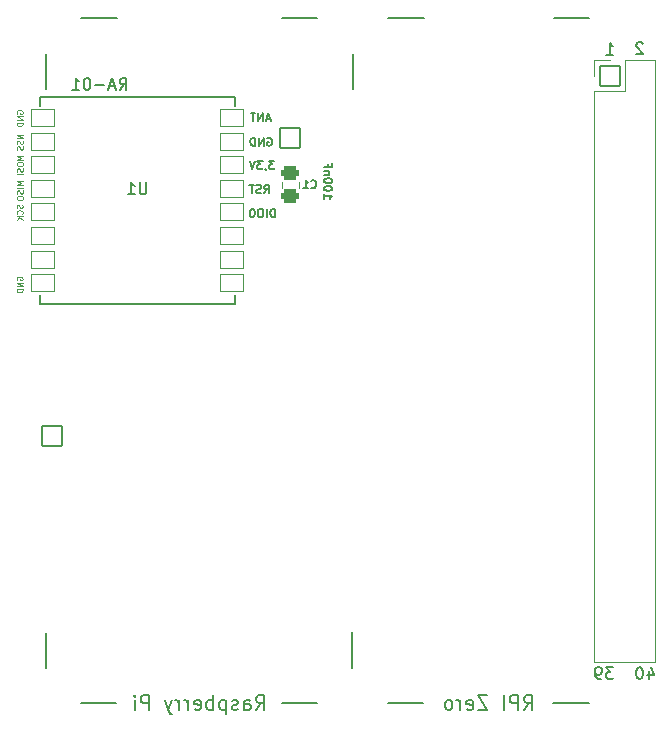
<source format=gbo>
G04 #@! TF.GenerationSoftware,KiCad,Pcbnew,7.0.10*
G04 #@! TF.CreationDate,2024-02-01T09:42:11+01:00*
G04 #@! TF.ProjectId,LoRa-APRS-Gateway-RPI-RA01,4c6f5261-2d41-4505-9253-2d4761746577,rev?*
G04 #@! TF.SameCoordinates,Original*
G04 #@! TF.FileFunction,Legend,Bot*
G04 #@! TF.FilePolarity,Positive*
%FSLAX46Y46*%
G04 Gerber Fmt 4.6, Leading zero omitted, Abs format (unit mm)*
G04 Created by KiCad (PCBNEW 7.0.10) date 2024-02-01 09:42:11*
%MOMM*%
%LPD*%
G01*
G04 APERTURE LIST*
G04 Aperture macros list*
%AMRoundRect*
0 Rectangle with rounded corners*
0 $1 Rounding radius*
0 $2 $3 $4 $5 $6 $7 $8 $9 X,Y pos of 4 corners*
0 Add a 4 corners polygon primitive as box body*
4,1,4,$2,$3,$4,$5,$6,$7,$8,$9,$2,$3,0*
0 Add four circle primitives for the rounded corners*
1,1,$1+$1,$2,$3*
1,1,$1+$1,$4,$5*
1,1,$1+$1,$6,$7*
1,1,$1+$1,$8,$9*
0 Add four rect primitives between the rounded corners*
20,1,$1+$1,$2,$3,$4,$5,0*
20,1,$1+$1,$4,$5,$6,$7,0*
20,1,$1+$1,$6,$7,$8,$9,0*
20,1,$1+$1,$8,$9,$2,$3,0*%
G04 Aperture macros list end*
%ADD10C,0.200000*%
%ADD11C,0.150000*%
%ADD12C,0.100000*%
%ADD13C,0.120000*%
%ADD14C,1.702000*%
%ADD15O,1.702000X1.702000*%
%ADD16C,2.102000*%
%ADD17C,2.152000*%
%ADD18C,2.352000*%
%ADD19RoundRect,0.051000X-0.850000X-0.850000X0.850000X-0.850000X0.850000X0.850000X-0.850000X0.850000X0*%
%ADD20O,1.802000X1.802000*%
%ADD21RoundRect,0.051000X0.850000X0.850000X-0.850000X0.850000X-0.850000X-0.850000X0.850000X-0.850000X0*%
%ADD22RoundRect,0.051000X1.000000X0.750000X-1.000000X0.750000X-1.000000X-0.750000X1.000000X-0.750000X0*%
%ADD23RoundRect,0.275500X0.500500X-0.275500X0.500500X0.275500X-0.500500X0.275500X-0.500500X-0.275500X0*%
G04 APERTURE END LIST*
D10*
X128909000Y-152691000D02*
X125909000Y-152691000D01*
X128950000Y-94707000D02*
X125950000Y-94707000D01*
X111909000Y-152691000D02*
X114909000Y-152691000D01*
X105950000Y-94707000D02*
X102950000Y-94707000D01*
X82950000Y-97707000D02*
X82950000Y-100707000D01*
X111950000Y-94707000D02*
X114950000Y-94707000D01*
X85950000Y-94707000D02*
X88950000Y-94707000D01*
X82950000Y-149707000D02*
X82950000Y-146707000D01*
X85909000Y-152691000D02*
X88909000Y-152691000D01*
X108909000Y-149691000D02*
X108909000Y-146691000D01*
X105909000Y-152691000D02*
X102909000Y-152691000D01*
X108960000Y-97687000D02*
X108960000Y-100687000D01*
X131009523Y-149643219D02*
X130390476Y-149643219D01*
X130390476Y-149643219D02*
X130723809Y-150024171D01*
X130723809Y-150024171D02*
X130580952Y-150024171D01*
X130580952Y-150024171D02*
X130485714Y-150071790D01*
X130485714Y-150071790D02*
X130438095Y-150119409D01*
X130438095Y-150119409D02*
X130390476Y-150214647D01*
X130390476Y-150214647D02*
X130390476Y-150452742D01*
X130390476Y-150452742D02*
X130438095Y-150547980D01*
X130438095Y-150547980D02*
X130485714Y-150595600D01*
X130485714Y-150595600D02*
X130580952Y-150643219D01*
X130580952Y-150643219D02*
X130866666Y-150643219D01*
X130866666Y-150643219D02*
X130961904Y-150595600D01*
X130961904Y-150595600D02*
X131009523Y-150547980D01*
X129914285Y-150643219D02*
X129723809Y-150643219D01*
X129723809Y-150643219D02*
X129628571Y-150595600D01*
X129628571Y-150595600D02*
X129580952Y-150547980D01*
X129580952Y-150547980D02*
X129485714Y-150405123D01*
X129485714Y-150405123D02*
X129438095Y-150214647D01*
X129438095Y-150214647D02*
X129438095Y-149833695D01*
X129438095Y-149833695D02*
X129485714Y-149738457D01*
X129485714Y-149738457D02*
X129533333Y-149690838D01*
X129533333Y-149690838D02*
X129628571Y-149643219D01*
X129628571Y-149643219D02*
X129819047Y-149643219D01*
X129819047Y-149643219D02*
X129914285Y-149690838D01*
X129914285Y-149690838D02*
X129961904Y-149738457D01*
X129961904Y-149738457D02*
X130009523Y-149833695D01*
X130009523Y-149833695D02*
X130009523Y-150071790D01*
X130009523Y-150071790D02*
X129961904Y-150167028D01*
X129961904Y-150167028D02*
X129914285Y-150214647D01*
X129914285Y-150214647D02*
X129819047Y-150262266D01*
X129819047Y-150262266D02*
X129628571Y-150262266D01*
X129628571Y-150262266D02*
X129533333Y-150214647D01*
X129533333Y-150214647D02*
X129485714Y-150167028D01*
X129485714Y-150167028D02*
X129438095Y-150071790D01*
X133485713Y-96838457D02*
X133438094Y-96790838D01*
X133438094Y-96790838D02*
X133342856Y-96743219D01*
X133342856Y-96743219D02*
X133104761Y-96743219D01*
X133104761Y-96743219D02*
X133009523Y-96790838D01*
X133009523Y-96790838D02*
X132961904Y-96838457D01*
X132961904Y-96838457D02*
X132914285Y-96933695D01*
X132914285Y-96933695D02*
X132914285Y-97028933D01*
X132914285Y-97028933D02*
X132961904Y-97171790D01*
X132961904Y-97171790D02*
X133533332Y-97743219D01*
X133533332Y-97743219D02*
X132914285Y-97743219D01*
X133985714Y-149976552D02*
X133985714Y-150643219D01*
X134223809Y-149595600D02*
X134461904Y-150309885D01*
X134461904Y-150309885D02*
X133842857Y-150309885D01*
X133271428Y-149643219D02*
X133176190Y-149643219D01*
X133176190Y-149643219D02*
X133080952Y-149690838D01*
X133080952Y-149690838D02*
X133033333Y-149738457D01*
X133033333Y-149738457D02*
X132985714Y-149833695D01*
X132985714Y-149833695D02*
X132938095Y-150024171D01*
X132938095Y-150024171D02*
X132938095Y-150262266D01*
X132938095Y-150262266D02*
X132985714Y-150452742D01*
X132985714Y-150452742D02*
X133033333Y-150547980D01*
X133033333Y-150547980D02*
X133080952Y-150595600D01*
X133080952Y-150595600D02*
X133176190Y-150643219D01*
X133176190Y-150643219D02*
X133271428Y-150643219D01*
X133271428Y-150643219D02*
X133366666Y-150595600D01*
X133366666Y-150595600D02*
X133414285Y-150547980D01*
X133414285Y-150547980D02*
X133461904Y-150452742D01*
X133461904Y-150452742D02*
X133509523Y-150262266D01*
X133509523Y-150262266D02*
X133509523Y-150024171D01*
X133509523Y-150024171D02*
X133461904Y-149833695D01*
X133461904Y-149833695D02*
X133414285Y-149738457D01*
X133414285Y-149738457D02*
X133366666Y-149690838D01*
X133366666Y-149690838D02*
X133271428Y-149643219D01*
X123421428Y-153235742D02*
X123821428Y-152664314D01*
X124107142Y-153235742D02*
X124107142Y-152035742D01*
X124107142Y-152035742D02*
X123649999Y-152035742D01*
X123649999Y-152035742D02*
X123535714Y-152092885D01*
X123535714Y-152092885D02*
X123478571Y-152150028D01*
X123478571Y-152150028D02*
X123421428Y-152264314D01*
X123421428Y-152264314D02*
X123421428Y-152435742D01*
X123421428Y-152435742D02*
X123478571Y-152550028D01*
X123478571Y-152550028D02*
X123535714Y-152607171D01*
X123535714Y-152607171D02*
X123649999Y-152664314D01*
X123649999Y-152664314D02*
X124107142Y-152664314D01*
X122907142Y-153235742D02*
X122907142Y-152035742D01*
X122907142Y-152035742D02*
X122449999Y-152035742D01*
X122449999Y-152035742D02*
X122335714Y-152092885D01*
X122335714Y-152092885D02*
X122278571Y-152150028D01*
X122278571Y-152150028D02*
X122221428Y-152264314D01*
X122221428Y-152264314D02*
X122221428Y-152435742D01*
X122221428Y-152435742D02*
X122278571Y-152550028D01*
X122278571Y-152550028D02*
X122335714Y-152607171D01*
X122335714Y-152607171D02*
X122449999Y-152664314D01*
X122449999Y-152664314D02*
X122907142Y-152664314D01*
X121707142Y-153235742D02*
X121707142Y-152035742D01*
X120335713Y-152035742D02*
X119535713Y-152035742D01*
X119535713Y-152035742D02*
X120335713Y-153235742D01*
X120335713Y-153235742D02*
X119535713Y-153235742D01*
X118621427Y-153178600D02*
X118735713Y-153235742D01*
X118735713Y-153235742D02*
X118964285Y-153235742D01*
X118964285Y-153235742D02*
X119078570Y-153178600D01*
X119078570Y-153178600D02*
X119135713Y-153064314D01*
X119135713Y-153064314D02*
X119135713Y-152607171D01*
X119135713Y-152607171D02*
X119078570Y-152492885D01*
X119078570Y-152492885D02*
X118964285Y-152435742D01*
X118964285Y-152435742D02*
X118735713Y-152435742D01*
X118735713Y-152435742D02*
X118621427Y-152492885D01*
X118621427Y-152492885D02*
X118564285Y-152607171D01*
X118564285Y-152607171D02*
X118564285Y-152721457D01*
X118564285Y-152721457D02*
X119135713Y-152835742D01*
X118049999Y-153235742D02*
X118049999Y-152435742D01*
X118049999Y-152664314D02*
X117992856Y-152550028D01*
X117992856Y-152550028D02*
X117935714Y-152492885D01*
X117935714Y-152492885D02*
X117821428Y-152435742D01*
X117821428Y-152435742D02*
X117707142Y-152435742D01*
X117135714Y-153235742D02*
X117249999Y-153178600D01*
X117249999Y-153178600D02*
X117307142Y-153121457D01*
X117307142Y-153121457D02*
X117364285Y-153007171D01*
X117364285Y-153007171D02*
X117364285Y-152664314D01*
X117364285Y-152664314D02*
X117307142Y-152550028D01*
X117307142Y-152550028D02*
X117249999Y-152492885D01*
X117249999Y-152492885D02*
X117135714Y-152435742D01*
X117135714Y-152435742D02*
X116964285Y-152435742D01*
X116964285Y-152435742D02*
X116849999Y-152492885D01*
X116849999Y-152492885D02*
X116792857Y-152550028D01*
X116792857Y-152550028D02*
X116735714Y-152664314D01*
X116735714Y-152664314D02*
X116735714Y-153007171D01*
X116735714Y-153007171D02*
X116792857Y-153121457D01*
X116792857Y-153121457D02*
X116849999Y-153178600D01*
X116849999Y-153178600D02*
X116964285Y-153235742D01*
X116964285Y-153235742D02*
X117135714Y-153235742D01*
D11*
X101717982Y-104830366D02*
X101784649Y-104797033D01*
X101784649Y-104797033D02*
X101884649Y-104797033D01*
X101884649Y-104797033D02*
X101984649Y-104830366D01*
X101984649Y-104830366D02*
X102051316Y-104897033D01*
X102051316Y-104897033D02*
X102084649Y-104963700D01*
X102084649Y-104963700D02*
X102117982Y-105097033D01*
X102117982Y-105097033D02*
X102117982Y-105197033D01*
X102117982Y-105197033D02*
X102084649Y-105330366D01*
X102084649Y-105330366D02*
X102051316Y-105397033D01*
X102051316Y-105397033D02*
X101984649Y-105463700D01*
X101984649Y-105463700D02*
X101884649Y-105497033D01*
X101884649Y-105497033D02*
X101817982Y-105497033D01*
X101817982Y-105497033D02*
X101717982Y-105463700D01*
X101717982Y-105463700D02*
X101684649Y-105430366D01*
X101684649Y-105430366D02*
X101684649Y-105197033D01*
X101684649Y-105197033D02*
X101817982Y-105197033D01*
X101384649Y-105497033D02*
X101384649Y-104797033D01*
X101384649Y-104797033D02*
X100984649Y-105497033D01*
X100984649Y-105497033D02*
X100984649Y-104797033D01*
X100651316Y-105497033D02*
X100651316Y-104797033D01*
X100651316Y-104797033D02*
X100484649Y-104797033D01*
X100484649Y-104797033D02*
X100384649Y-104830366D01*
X100384649Y-104830366D02*
X100317983Y-104897033D01*
X100317983Y-104897033D02*
X100284649Y-104963700D01*
X100284649Y-104963700D02*
X100251316Y-105097033D01*
X100251316Y-105097033D02*
X100251316Y-105197033D01*
X100251316Y-105197033D02*
X100284649Y-105330366D01*
X100284649Y-105330366D02*
X100317983Y-105397033D01*
X100317983Y-105397033D02*
X100384649Y-105463700D01*
X100384649Y-105463700D02*
X100484649Y-105497033D01*
X100484649Y-105497033D02*
X100651316Y-105497033D01*
D12*
X80499919Y-116867741D02*
X80476109Y-116820122D01*
X80476109Y-116820122D02*
X80476109Y-116748693D01*
X80476109Y-116748693D02*
X80499919Y-116677265D01*
X80499919Y-116677265D02*
X80547538Y-116629646D01*
X80547538Y-116629646D02*
X80595157Y-116605836D01*
X80595157Y-116605836D02*
X80690395Y-116582027D01*
X80690395Y-116582027D02*
X80761823Y-116582027D01*
X80761823Y-116582027D02*
X80857061Y-116605836D01*
X80857061Y-116605836D02*
X80904680Y-116629646D01*
X80904680Y-116629646D02*
X80952300Y-116677265D01*
X80952300Y-116677265D02*
X80976109Y-116748693D01*
X80976109Y-116748693D02*
X80976109Y-116796312D01*
X80976109Y-116796312D02*
X80952300Y-116867741D01*
X80952300Y-116867741D02*
X80928490Y-116891550D01*
X80928490Y-116891550D02*
X80761823Y-116891550D01*
X80761823Y-116891550D02*
X80761823Y-116796312D01*
X80976109Y-117105836D02*
X80476109Y-117105836D01*
X80476109Y-117105836D02*
X80976109Y-117391550D01*
X80976109Y-117391550D02*
X80476109Y-117391550D01*
X80976109Y-117629646D02*
X80476109Y-117629646D01*
X80476109Y-117629646D02*
X80476109Y-117748694D01*
X80476109Y-117748694D02*
X80499919Y-117820122D01*
X80499919Y-117820122D02*
X80547538Y-117867741D01*
X80547538Y-117867741D02*
X80595157Y-117891551D01*
X80595157Y-117891551D02*
X80690395Y-117915360D01*
X80690395Y-117915360D02*
X80761823Y-117915360D01*
X80761823Y-117915360D02*
X80857061Y-117891551D01*
X80857061Y-117891551D02*
X80904680Y-117867741D01*
X80904680Y-117867741D02*
X80952300Y-117820122D01*
X80952300Y-117820122D02*
X80976109Y-117748694D01*
X80976109Y-117748694D02*
X80976109Y-117629646D01*
X81006109Y-108486836D02*
X80506109Y-108486836D01*
X80506109Y-108486836D02*
X80863252Y-108653503D01*
X80863252Y-108653503D02*
X80506109Y-108820169D01*
X80506109Y-108820169D02*
X81006109Y-108820169D01*
X81006109Y-109058265D02*
X80506109Y-109058265D01*
X80982300Y-109272551D02*
X81006109Y-109343979D01*
X81006109Y-109343979D02*
X81006109Y-109463027D01*
X81006109Y-109463027D02*
X80982300Y-109510646D01*
X80982300Y-109510646D02*
X80958490Y-109534455D01*
X80958490Y-109534455D02*
X80910871Y-109558265D01*
X80910871Y-109558265D02*
X80863252Y-109558265D01*
X80863252Y-109558265D02*
X80815633Y-109534455D01*
X80815633Y-109534455D02*
X80791823Y-109510646D01*
X80791823Y-109510646D02*
X80768014Y-109463027D01*
X80768014Y-109463027D02*
X80744204Y-109367789D01*
X80744204Y-109367789D02*
X80720395Y-109320170D01*
X80720395Y-109320170D02*
X80696585Y-109296360D01*
X80696585Y-109296360D02*
X80648966Y-109272551D01*
X80648966Y-109272551D02*
X80601347Y-109272551D01*
X80601347Y-109272551D02*
X80553728Y-109296360D01*
X80553728Y-109296360D02*
X80529919Y-109320170D01*
X80529919Y-109320170D02*
X80506109Y-109367789D01*
X80506109Y-109367789D02*
X80506109Y-109486836D01*
X80506109Y-109486836D02*
X80529919Y-109558265D01*
X80506109Y-109867788D02*
X80506109Y-109963026D01*
X80506109Y-109963026D02*
X80529919Y-110010645D01*
X80529919Y-110010645D02*
X80577538Y-110058264D01*
X80577538Y-110058264D02*
X80672776Y-110082074D01*
X80672776Y-110082074D02*
X80839442Y-110082074D01*
X80839442Y-110082074D02*
X80934680Y-110058264D01*
X80934680Y-110058264D02*
X80982300Y-110010645D01*
X80982300Y-110010645D02*
X81006109Y-109963026D01*
X81006109Y-109963026D02*
X81006109Y-109867788D01*
X81006109Y-109867788D02*
X80982300Y-109820169D01*
X80982300Y-109820169D02*
X80934680Y-109772550D01*
X80934680Y-109772550D02*
X80839442Y-109748741D01*
X80839442Y-109748741D02*
X80672776Y-109748741D01*
X80672776Y-109748741D02*
X80577538Y-109772550D01*
X80577538Y-109772550D02*
X80529919Y-109820169D01*
X80529919Y-109820169D02*
X80506109Y-109867788D01*
X81006109Y-106327836D02*
X80506109Y-106327836D01*
X80506109Y-106327836D02*
X80863252Y-106494503D01*
X80863252Y-106494503D02*
X80506109Y-106661169D01*
X80506109Y-106661169D02*
X81006109Y-106661169D01*
X80506109Y-106994503D02*
X80506109Y-107089741D01*
X80506109Y-107089741D02*
X80529919Y-107137360D01*
X80529919Y-107137360D02*
X80577538Y-107184979D01*
X80577538Y-107184979D02*
X80672776Y-107208789D01*
X80672776Y-107208789D02*
X80839442Y-107208789D01*
X80839442Y-107208789D02*
X80934680Y-107184979D01*
X80934680Y-107184979D02*
X80982300Y-107137360D01*
X80982300Y-107137360D02*
X81006109Y-107089741D01*
X81006109Y-107089741D02*
X81006109Y-106994503D01*
X81006109Y-106994503D02*
X80982300Y-106946884D01*
X80982300Y-106946884D02*
X80934680Y-106899265D01*
X80934680Y-106899265D02*
X80839442Y-106875456D01*
X80839442Y-106875456D02*
X80672776Y-106875456D01*
X80672776Y-106875456D02*
X80577538Y-106899265D01*
X80577538Y-106899265D02*
X80529919Y-106946884D01*
X80529919Y-106946884D02*
X80506109Y-106994503D01*
X80982300Y-107399266D02*
X81006109Y-107470694D01*
X81006109Y-107470694D02*
X81006109Y-107589742D01*
X81006109Y-107589742D02*
X80982300Y-107637361D01*
X80982300Y-107637361D02*
X80958490Y-107661170D01*
X80958490Y-107661170D02*
X80910871Y-107684980D01*
X80910871Y-107684980D02*
X80863252Y-107684980D01*
X80863252Y-107684980D02*
X80815633Y-107661170D01*
X80815633Y-107661170D02*
X80791823Y-107637361D01*
X80791823Y-107637361D02*
X80768014Y-107589742D01*
X80768014Y-107589742D02*
X80744204Y-107494504D01*
X80744204Y-107494504D02*
X80720395Y-107446885D01*
X80720395Y-107446885D02*
X80696585Y-107423075D01*
X80696585Y-107423075D02*
X80648966Y-107399266D01*
X80648966Y-107399266D02*
X80601347Y-107399266D01*
X80601347Y-107399266D02*
X80553728Y-107423075D01*
X80553728Y-107423075D02*
X80529919Y-107446885D01*
X80529919Y-107446885D02*
X80506109Y-107494504D01*
X80506109Y-107494504D02*
X80506109Y-107613551D01*
X80506109Y-107613551D02*
X80529919Y-107684980D01*
X81006109Y-107899265D02*
X80506109Y-107899265D01*
X80952300Y-110482027D02*
X80976109Y-110553455D01*
X80976109Y-110553455D02*
X80976109Y-110672503D01*
X80976109Y-110672503D02*
X80952300Y-110720122D01*
X80952300Y-110720122D02*
X80928490Y-110743931D01*
X80928490Y-110743931D02*
X80880871Y-110767741D01*
X80880871Y-110767741D02*
X80833252Y-110767741D01*
X80833252Y-110767741D02*
X80785633Y-110743931D01*
X80785633Y-110743931D02*
X80761823Y-110720122D01*
X80761823Y-110720122D02*
X80738014Y-110672503D01*
X80738014Y-110672503D02*
X80714204Y-110577265D01*
X80714204Y-110577265D02*
X80690395Y-110529646D01*
X80690395Y-110529646D02*
X80666585Y-110505836D01*
X80666585Y-110505836D02*
X80618966Y-110482027D01*
X80618966Y-110482027D02*
X80571347Y-110482027D01*
X80571347Y-110482027D02*
X80523728Y-110505836D01*
X80523728Y-110505836D02*
X80499919Y-110529646D01*
X80499919Y-110529646D02*
X80476109Y-110577265D01*
X80476109Y-110577265D02*
X80476109Y-110696312D01*
X80476109Y-110696312D02*
X80499919Y-110767741D01*
X80928490Y-111267740D02*
X80952300Y-111243931D01*
X80952300Y-111243931D02*
X80976109Y-111172502D01*
X80976109Y-111172502D02*
X80976109Y-111124883D01*
X80976109Y-111124883D02*
X80952300Y-111053455D01*
X80952300Y-111053455D02*
X80904680Y-111005836D01*
X80904680Y-111005836D02*
X80857061Y-110982026D01*
X80857061Y-110982026D02*
X80761823Y-110958217D01*
X80761823Y-110958217D02*
X80690395Y-110958217D01*
X80690395Y-110958217D02*
X80595157Y-110982026D01*
X80595157Y-110982026D02*
X80547538Y-111005836D01*
X80547538Y-111005836D02*
X80499919Y-111053455D01*
X80499919Y-111053455D02*
X80476109Y-111124883D01*
X80476109Y-111124883D02*
X80476109Y-111172502D01*
X80476109Y-111172502D02*
X80499919Y-111243931D01*
X80499919Y-111243931D02*
X80523728Y-111267740D01*
X80976109Y-111482026D02*
X80476109Y-111482026D01*
X80976109Y-111767740D02*
X80690395Y-111553455D01*
X80476109Y-111767740D02*
X80761823Y-111482026D01*
X80499919Y-102767741D02*
X80476109Y-102720122D01*
X80476109Y-102720122D02*
X80476109Y-102648693D01*
X80476109Y-102648693D02*
X80499919Y-102577265D01*
X80499919Y-102577265D02*
X80547538Y-102529646D01*
X80547538Y-102529646D02*
X80595157Y-102505836D01*
X80595157Y-102505836D02*
X80690395Y-102482027D01*
X80690395Y-102482027D02*
X80761823Y-102482027D01*
X80761823Y-102482027D02*
X80857061Y-102505836D01*
X80857061Y-102505836D02*
X80904680Y-102529646D01*
X80904680Y-102529646D02*
X80952300Y-102577265D01*
X80952300Y-102577265D02*
X80976109Y-102648693D01*
X80976109Y-102648693D02*
X80976109Y-102696312D01*
X80976109Y-102696312D02*
X80952300Y-102767741D01*
X80952300Y-102767741D02*
X80928490Y-102791550D01*
X80928490Y-102791550D02*
X80761823Y-102791550D01*
X80761823Y-102791550D02*
X80761823Y-102696312D01*
X80976109Y-103005836D02*
X80476109Y-103005836D01*
X80476109Y-103005836D02*
X80976109Y-103291550D01*
X80976109Y-103291550D02*
X80476109Y-103291550D01*
X80976109Y-103529646D02*
X80476109Y-103529646D01*
X80476109Y-103529646D02*
X80476109Y-103648694D01*
X80476109Y-103648694D02*
X80499919Y-103720122D01*
X80499919Y-103720122D02*
X80547538Y-103767741D01*
X80547538Y-103767741D02*
X80595157Y-103791551D01*
X80595157Y-103791551D02*
X80690395Y-103815360D01*
X80690395Y-103815360D02*
X80761823Y-103815360D01*
X80761823Y-103815360D02*
X80857061Y-103791551D01*
X80857061Y-103791551D02*
X80904680Y-103767741D01*
X80904680Y-103767741D02*
X80952300Y-103720122D01*
X80952300Y-103720122D02*
X80976109Y-103648694D01*
X80976109Y-103648694D02*
X80976109Y-103529646D01*
D11*
X101450649Y-109507033D02*
X101683982Y-109173700D01*
X101850649Y-109507033D02*
X101850649Y-108807033D01*
X101850649Y-108807033D02*
X101583982Y-108807033D01*
X101583982Y-108807033D02*
X101517316Y-108840366D01*
X101517316Y-108840366D02*
X101483982Y-108873700D01*
X101483982Y-108873700D02*
X101450649Y-108940366D01*
X101450649Y-108940366D02*
X101450649Y-109040366D01*
X101450649Y-109040366D02*
X101483982Y-109107033D01*
X101483982Y-109107033D02*
X101517316Y-109140366D01*
X101517316Y-109140366D02*
X101583982Y-109173700D01*
X101583982Y-109173700D02*
X101850649Y-109173700D01*
X101183982Y-109473700D02*
X101083982Y-109507033D01*
X101083982Y-109507033D02*
X100917316Y-109507033D01*
X100917316Y-109507033D02*
X100850649Y-109473700D01*
X100850649Y-109473700D02*
X100817316Y-109440366D01*
X100817316Y-109440366D02*
X100783982Y-109373700D01*
X100783982Y-109373700D02*
X100783982Y-109307033D01*
X100783982Y-109307033D02*
X100817316Y-109240366D01*
X100817316Y-109240366D02*
X100850649Y-109207033D01*
X100850649Y-109207033D02*
X100917316Y-109173700D01*
X100917316Y-109173700D02*
X101050649Y-109140366D01*
X101050649Y-109140366D02*
X101117316Y-109107033D01*
X101117316Y-109107033D02*
X101150649Y-109073700D01*
X101150649Y-109073700D02*
X101183982Y-109007033D01*
X101183982Y-109007033D02*
X101183982Y-108940366D01*
X101183982Y-108940366D02*
X101150649Y-108873700D01*
X101150649Y-108873700D02*
X101117316Y-108840366D01*
X101117316Y-108840366D02*
X101050649Y-108807033D01*
X101050649Y-108807033D02*
X100883982Y-108807033D01*
X100883982Y-108807033D02*
X100783982Y-108840366D01*
X100583982Y-108807033D02*
X100183982Y-108807033D01*
X100383982Y-109507033D02*
X100383982Y-108807033D01*
D12*
X81006109Y-104549836D02*
X80506109Y-104549836D01*
X80506109Y-104549836D02*
X81006109Y-104835550D01*
X81006109Y-104835550D02*
X80506109Y-104835550D01*
X80982300Y-105049837D02*
X81006109Y-105121265D01*
X81006109Y-105121265D02*
X81006109Y-105240313D01*
X81006109Y-105240313D02*
X80982300Y-105287932D01*
X80982300Y-105287932D02*
X80958490Y-105311741D01*
X80958490Y-105311741D02*
X80910871Y-105335551D01*
X80910871Y-105335551D02*
X80863252Y-105335551D01*
X80863252Y-105335551D02*
X80815633Y-105311741D01*
X80815633Y-105311741D02*
X80791823Y-105287932D01*
X80791823Y-105287932D02*
X80768014Y-105240313D01*
X80768014Y-105240313D02*
X80744204Y-105145075D01*
X80744204Y-105145075D02*
X80720395Y-105097456D01*
X80720395Y-105097456D02*
X80696585Y-105073646D01*
X80696585Y-105073646D02*
X80648966Y-105049837D01*
X80648966Y-105049837D02*
X80601347Y-105049837D01*
X80601347Y-105049837D02*
X80553728Y-105073646D01*
X80553728Y-105073646D02*
X80529919Y-105097456D01*
X80529919Y-105097456D02*
X80506109Y-105145075D01*
X80506109Y-105145075D02*
X80506109Y-105264122D01*
X80506109Y-105264122D02*
X80529919Y-105335551D01*
X80982300Y-105526027D02*
X81006109Y-105597455D01*
X81006109Y-105597455D02*
X81006109Y-105716503D01*
X81006109Y-105716503D02*
X80982300Y-105764122D01*
X80982300Y-105764122D02*
X80958490Y-105787931D01*
X80958490Y-105787931D02*
X80910871Y-105811741D01*
X80910871Y-105811741D02*
X80863252Y-105811741D01*
X80863252Y-105811741D02*
X80815633Y-105787931D01*
X80815633Y-105787931D02*
X80791823Y-105764122D01*
X80791823Y-105764122D02*
X80768014Y-105716503D01*
X80768014Y-105716503D02*
X80744204Y-105621265D01*
X80744204Y-105621265D02*
X80720395Y-105573646D01*
X80720395Y-105573646D02*
X80696585Y-105549836D01*
X80696585Y-105549836D02*
X80648966Y-105526027D01*
X80648966Y-105526027D02*
X80601347Y-105526027D01*
X80601347Y-105526027D02*
X80553728Y-105549836D01*
X80553728Y-105549836D02*
X80529919Y-105573646D01*
X80529919Y-105573646D02*
X80506109Y-105621265D01*
X80506109Y-105621265D02*
X80506109Y-105740312D01*
X80506109Y-105740312D02*
X80529919Y-105811741D01*
D10*
X100749999Y-153235742D02*
X101149999Y-152664314D01*
X101435713Y-153235742D02*
X101435713Y-152035742D01*
X101435713Y-152035742D02*
X100978570Y-152035742D01*
X100978570Y-152035742D02*
X100864285Y-152092885D01*
X100864285Y-152092885D02*
X100807142Y-152150028D01*
X100807142Y-152150028D02*
X100749999Y-152264314D01*
X100749999Y-152264314D02*
X100749999Y-152435742D01*
X100749999Y-152435742D02*
X100807142Y-152550028D01*
X100807142Y-152550028D02*
X100864285Y-152607171D01*
X100864285Y-152607171D02*
X100978570Y-152664314D01*
X100978570Y-152664314D02*
X101435713Y-152664314D01*
X99721428Y-153235742D02*
X99721428Y-152607171D01*
X99721428Y-152607171D02*
X99778570Y-152492885D01*
X99778570Y-152492885D02*
X99892856Y-152435742D01*
X99892856Y-152435742D02*
X100121428Y-152435742D01*
X100121428Y-152435742D02*
X100235713Y-152492885D01*
X99721428Y-153178600D02*
X99835713Y-153235742D01*
X99835713Y-153235742D02*
X100121428Y-153235742D01*
X100121428Y-153235742D02*
X100235713Y-153178600D01*
X100235713Y-153178600D02*
X100292856Y-153064314D01*
X100292856Y-153064314D02*
X100292856Y-152950028D01*
X100292856Y-152950028D02*
X100235713Y-152835742D01*
X100235713Y-152835742D02*
X100121428Y-152778600D01*
X100121428Y-152778600D02*
X99835713Y-152778600D01*
X99835713Y-152778600D02*
X99721428Y-152721457D01*
X99207142Y-153178600D02*
X99092856Y-153235742D01*
X99092856Y-153235742D02*
X98864285Y-153235742D01*
X98864285Y-153235742D02*
X98749999Y-153178600D01*
X98749999Y-153178600D02*
X98692856Y-153064314D01*
X98692856Y-153064314D02*
X98692856Y-153007171D01*
X98692856Y-153007171D02*
X98749999Y-152892885D01*
X98749999Y-152892885D02*
X98864285Y-152835742D01*
X98864285Y-152835742D02*
X99035714Y-152835742D01*
X99035714Y-152835742D02*
X99149999Y-152778600D01*
X99149999Y-152778600D02*
X99207142Y-152664314D01*
X99207142Y-152664314D02*
X99207142Y-152607171D01*
X99207142Y-152607171D02*
X99149999Y-152492885D01*
X99149999Y-152492885D02*
X99035714Y-152435742D01*
X99035714Y-152435742D02*
X98864285Y-152435742D01*
X98864285Y-152435742D02*
X98749999Y-152492885D01*
X98178570Y-152435742D02*
X98178570Y-153635742D01*
X98178570Y-152492885D02*
X98064285Y-152435742D01*
X98064285Y-152435742D02*
X97835713Y-152435742D01*
X97835713Y-152435742D02*
X97721427Y-152492885D01*
X97721427Y-152492885D02*
X97664285Y-152550028D01*
X97664285Y-152550028D02*
X97607142Y-152664314D01*
X97607142Y-152664314D02*
X97607142Y-153007171D01*
X97607142Y-153007171D02*
X97664285Y-153121457D01*
X97664285Y-153121457D02*
X97721427Y-153178600D01*
X97721427Y-153178600D02*
X97835713Y-153235742D01*
X97835713Y-153235742D02*
X98064285Y-153235742D01*
X98064285Y-153235742D02*
X98178570Y-153178600D01*
X97092856Y-153235742D02*
X97092856Y-152035742D01*
X97092856Y-152492885D02*
X96978571Y-152435742D01*
X96978571Y-152435742D02*
X96749999Y-152435742D01*
X96749999Y-152435742D02*
X96635713Y-152492885D01*
X96635713Y-152492885D02*
X96578571Y-152550028D01*
X96578571Y-152550028D02*
X96521428Y-152664314D01*
X96521428Y-152664314D02*
X96521428Y-153007171D01*
X96521428Y-153007171D02*
X96578571Y-153121457D01*
X96578571Y-153121457D02*
X96635713Y-153178600D01*
X96635713Y-153178600D02*
X96749999Y-153235742D01*
X96749999Y-153235742D02*
X96978571Y-153235742D01*
X96978571Y-153235742D02*
X97092856Y-153178600D01*
X95549999Y-153178600D02*
X95664285Y-153235742D01*
X95664285Y-153235742D02*
X95892857Y-153235742D01*
X95892857Y-153235742D02*
X96007142Y-153178600D01*
X96007142Y-153178600D02*
X96064285Y-153064314D01*
X96064285Y-153064314D02*
X96064285Y-152607171D01*
X96064285Y-152607171D02*
X96007142Y-152492885D01*
X96007142Y-152492885D02*
X95892857Y-152435742D01*
X95892857Y-152435742D02*
X95664285Y-152435742D01*
X95664285Y-152435742D02*
X95549999Y-152492885D01*
X95549999Y-152492885D02*
X95492857Y-152607171D01*
X95492857Y-152607171D02*
X95492857Y-152721457D01*
X95492857Y-152721457D02*
X96064285Y-152835742D01*
X94978571Y-153235742D02*
X94978571Y-152435742D01*
X94978571Y-152664314D02*
X94921428Y-152550028D01*
X94921428Y-152550028D02*
X94864286Y-152492885D01*
X94864286Y-152492885D02*
X94750000Y-152435742D01*
X94750000Y-152435742D02*
X94635714Y-152435742D01*
X94235714Y-153235742D02*
X94235714Y-152435742D01*
X94235714Y-152664314D02*
X94178571Y-152550028D01*
X94178571Y-152550028D02*
X94121429Y-152492885D01*
X94121429Y-152492885D02*
X94007143Y-152435742D01*
X94007143Y-152435742D02*
X93892857Y-152435742D01*
X93607143Y-152435742D02*
X93321429Y-153235742D01*
X93035714Y-152435742D02*
X93321429Y-153235742D01*
X93321429Y-153235742D02*
X93435714Y-153521457D01*
X93435714Y-153521457D02*
X93492857Y-153578600D01*
X93492857Y-153578600D02*
X93607143Y-153635742D01*
X91664285Y-153235742D02*
X91664285Y-152035742D01*
X91664285Y-152035742D02*
X91207142Y-152035742D01*
X91207142Y-152035742D02*
X91092857Y-152092885D01*
X91092857Y-152092885D02*
X91035714Y-152150028D01*
X91035714Y-152150028D02*
X90978571Y-152264314D01*
X90978571Y-152264314D02*
X90978571Y-152435742D01*
X90978571Y-152435742D02*
X91035714Y-152550028D01*
X91035714Y-152550028D02*
X91092857Y-152607171D01*
X91092857Y-152607171D02*
X91207142Y-152664314D01*
X91207142Y-152664314D02*
X91664285Y-152664314D01*
X90464285Y-153235742D02*
X90464285Y-152435742D01*
X90464285Y-152035742D02*
X90521428Y-152092885D01*
X90521428Y-152092885D02*
X90464285Y-152150028D01*
X90464285Y-152150028D02*
X90407142Y-152092885D01*
X90407142Y-152092885D02*
X90464285Y-152035742D01*
X90464285Y-152035742D02*
X90464285Y-152150028D01*
D11*
X102298316Y-106775033D02*
X101864982Y-106775033D01*
X101864982Y-106775033D02*
X102098316Y-107041700D01*
X102098316Y-107041700D02*
X101998316Y-107041700D01*
X101998316Y-107041700D02*
X101931649Y-107075033D01*
X101931649Y-107075033D02*
X101898316Y-107108366D01*
X101898316Y-107108366D02*
X101864982Y-107175033D01*
X101864982Y-107175033D02*
X101864982Y-107341700D01*
X101864982Y-107341700D02*
X101898316Y-107408366D01*
X101898316Y-107408366D02*
X101931649Y-107441700D01*
X101931649Y-107441700D02*
X101998316Y-107475033D01*
X101998316Y-107475033D02*
X102198316Y-107475033D01*
X102198316Y-107475033D02*
X102264982Y-107441700D01*
X102264982Y-107441700D02*
X102298316Y-107408366D01*
X101531649Y-107441700D02*
X101531649Y-107475033D01*
X101531649Y-107475033D02*
X101564982Y-107541700D01*
X101564982Y-107541700D02*
X101598315Y-107575033D01*
X101298316Y-106775033D02*
X100864982Y-106775033D01*
X100864982Y-106775033D02*
X101098316Y-107041700D01*
X101098316Y-107041700D02*
X100998316Y-107041700D01*
X100998316Y-107041700D02*
X100931649Y-107075033D01*
X100931649Y-107075033D02*
X100898316Y-107108366D01*
X100898316Y-107108366D02*
X100864982Y-107175033D01*
X100864982Y-107175033D02*
X100864982Y-107341700D01*
X100864982Y-107341700D02*
X100898316Y-107408366D01*
X100898316Y-107408366D02*
X100931649Y-107441700D01*
X100931649Y-107441700D02*
X100998316Y-107475033D01*
X100998316Y-107475033D02*
X101198316Y-107475033D01*
X101198316Y-107475033D02*
X101264982Y-107441700D01*
X101264982Y-107441700D02*
X101298316Y-107408366D01*
X100664982Y-106775033D02*
X100431649Y-107475033D01*
X100431649Y-107475033D02*
X100198315Y-106775033D01*
X106498966Y-109574982D02*
X106498966Y-109974982D01*
X106498966Y-109774982D02*
X107198966Y-109774982D01*
X107198966Y-109774982D02*
X107098966Y-109841649D01*
X107098966Y-109841649D02*
X107032300Y-109908316D01*
X107032300Y-109908316D02*
X106998966Y-109974982D01*
X107198966Y-109141649D02*
X107198966Y-109074982D01*
X107198966Y-109074982D02*
X107165633Y-109008315D01*
X107165633Y-109008315D02*
X107132300Y-108974982D01*
X107132300Y-108974982D02*
X107065633Y-108941649D01*
X107065633Y-108941649D02*
X106932300Y-108908315D01*
X106932300Y-108908315D02*
X106765633Y-108908315D01*
X106765633Y-108908315D02*
X106632300Y-108941649D01*
X106632300Y-108941649D02*
X106565633Y-108974982D01*
X106565633Y-108974982D02*
X106532300Y-109008315D01*
X106532300Y-109008315D02*
X106498966Y-109074982D01*
X106498966Y-109074982D02*
X106498966Y-109141649D01*
X106498966Y-109141649D02*
X106532300Y-109208315D01*
X106532300Y-109208315D02*
X106565633Y-109241649D01*
X106565633Y-109241649D02*
X106632300Y-109274982D01*
X106632300Y-109274982D02*
X106765633Y-109308315D01*
X106765633Y-109308315D02*
X106932300Y-109308315D01*
X106932300Y-109308315D02*
X107065633Y-109274982D01*
X107065633Y-109274982D02*
X107132300Y-109241649D01*
X107132300Y-109241649D02*
X107165633Y-109208315D01*
X107165633Y-109208315D02*
X107198966Y-109141649D01*
X107198966Y-108474982D02*
X107198966Y-108408315D01*
X107198966Y-108408315D02*
X107165633Y-108341648D01*
X107165633Y-108341648D02*
X107132300Y-108308315D01*
X107132300Y-108308315D02*
X107065633Y-108274982D01*
X107065633Y-108274982D02*
X106932300Y-108241648D01*
X106932300Y-108241648D02*
X106765633Y-108241648D01*
X106765633Y-108241648D02*
X106632300Y-108274982D01*
X106632300Y-108274982D02*
X106565633Y-108308315D01*
X106565633Y-108308315D02*
X106532300Y-108341648D01*
X106532300Y-108341648D02*
X106498966Y-108408315D01*
X106498966Y-108408315D02*
X106498966Y-108474982D01*
X106498966Y-108474982D02*
X106532300Y-108541648D01*
X106532300Y-108541648D02*
X106565633Y-108574982D01*
X106565633Y-108574982D02*
X106632300Y-108608315D01*
X106632300Y-108608315D02*
X106765633Y-108641648D01*
X106765633Y-108641648D02*
X106932300Y-108641648D01*
X106932300Y-108641648D02*
X107065633Y-108608315D01*
X107065633Y-108608315D02*
X107132300Y-108574982D01*
X107132300Y-108574982D02*
X107165633Y-108541648D01*
X107165633Y-108541648D02*
X107198966Y-108474982D01*
X106965633Y-107941648D02*
X106498966Y-107941648D01*
X106898966Y-107941648D02*
X106932300Y-107908315D01*
X106932300Y-107908315D02*
X106965633Y-107841648D01*
X106965633Y-107841648D02*
X106965633Y-107741648D01*
X106965633Y-107741648D02*
X106932300Y-107674981D01*
X106932300Y-107674981D02*
X106865633Y-107641648D01*
X106865633Y-107641648D02*
X106498966Y-107641648D01*
X106865633Y-107074982D02*
X106865633Y-107308315D01*
X106498966Y-107308315D02*
X107198966Y-107308315D01*
X107198966Y-107308315D02*
X107198966Y-106974982D01*
X102358649Y-111539033D02*
X102358649Y-110839033D01*
X102358649Y-110839033D02*
X102191982Y-110839033D01*
X102191982Y-110839033D02*
X102091982Y-110872366D01*
X102091982Y-110872366D02*
X102025316Y-110939033D01*
X102025316Y-110939033D02*
X101991982Y-111005700D01*
X101991982Y-111005700D02*
X101958649Y-111139033D01*
X101958649Y-111139033D02*
X101958649Y-111239033D01*
X101958649Y-111239033D02*
X101991982Y-111372366D01*
X101991982Y-111372366D02*
X102025316Y-111439033D01*
X102025316Y-111439033D02*
X102091982Y-111505700D01*
X102091982Y-111505700D02*
X102191982Y-111539033D01*
X102191982Y-111539033D02*
X102358649Y-111539033D01*
X101658649Y-111539033D02*
X101658649Y-110839033D01*
X101191983Y-110839033D02*
X101058649Y-110839033D01*
X101058649Y-110839033D02*
X100991983Y-110872366D01*
X100991983Y-110872366D02*
X100925316Y-110939033D01*
X100925316Y-110939033D02*
X100891983Y-111072366D01*
X100891983Y-111072366D02*
X100891983Y-111305700D01*
X100891983Y-111305700D02*
X100925316Y-111439033D01*
X100925316Y-111439033D02*
X100991983Y-111505700D01*
X100991983Y-111505700D02*
X101058649Y-111539033D01*
X101058649Y-111539033D02*
X101191983Y-111539033D01*
X101191983Y-111539033D02*
X101258649Y-111505700D01*
X101258649Y-111505700D02*
X101325316Y-111439033D01*
X101325316Y-111439033D02*
X101358649Y-111305700D01*
X101358649Y-111305700D02*
X101358649Y-111072366D01*
X101358649Y-111072366D02*
X101325316Y-110939033D01*
X101325316Y-110939033D02*
X101258649Y-110872366D01*
X101258649Y-110872366D02*
X101191983Y-110839033D01*
X100458650Y-110839033D02*
X100391983Y-110839033D01*
X100391983Y-110839033D02*
X100325316Y-110872366D01*
X100325316Y-110872366D02*
X100291983Y-110905700D01*
X100291983Y-110905700D02*
X100258650Y-110972366D01*
X100258650Y-110972366D02*
X100225316Y-111105700D01*
X100225316Y-111105700D02*
X100225316Y-111272366D01*
X100225316Y-111272366D02*
X100258650Y-111405700D01*
X100258650Y-111405700D02*
X100291983Y-111472366D01*
X100291983Y-111472366D02*
X100325316Y-111505700D01*
X100325316Y-111505700D02*
X100391983Y-111539033D01*
X100391983Y-111539033D02*
X100458650Y-111539033D01*
X100458650Y-111539033D02*
X100525316Y-111505700D01*
X100525316Y-111505700D02*
X100558650Y-111472366D01*
X100558650Y-111472366D02*
X100591983Y-111405700D01*
X100591983Y-111405700D02*
X100625316Y-111272366D01*
X100625316Y-111272366D02*
X100625316Y-111105700D01*
X100625316Y-111105700D02*
X100591983Y-110972366D01*
X100591983Y-110972366D02*
X100558650Y-110905700D01*
X100558650Y-110905700D02*
X100525316Y-110872366D01*
X100525316Y-110872366D02*
X100458650Y-110839033D01*
X101949999Y-103221033D02*
X101616666Y-103221033D01*
X102016666Y-103421033D02*
X101783333Y-102721033D01*
X101783333Y-102721033D02*
X101549999Y-103421033D01*
X101316666Y-103421033D02*
X101316666Y-102721033D01*
X101316666Y-102721033D02*
X100916666Y-103421033D01*
X100916666Y-103421033D02*
X100916666Y-102721033D01*
X100683333Y-102721033D02*
X100283333Y-102721033D01*
X100483333Y-103421033D02*
X100483333Y-102721033D01*
D10*
X89201476Y-100753219D02*
X89534809Y-100277028D01*
X89772904Y-100753219D02*
X89772904Y-99753219D01*
X89772904Y-99753219D02*
X89391952Y-99753219D01*
X89391952Y-99753219D02*
X89296714Y-99800838D01*
X89296714Y-99800838D02*
X89249095Y-99848457D01*
X89249095Y-99848457D02*
X89201476Y-99943695D01*
X89201476Y-99943695D02*
X89201476Y-100086552D01*
X89201476Y-100086552D02*
X89249095Y-100181790D01*
X89249095Y-100181790D02*
X89296714Y-100229409D01*
X89296714Y-100229409D02*
X89391952Y-100277028D01*
X89391952Y-100277028D02*
X89772904Y-100277028D01*
X88820523Y-100467504D02*
X88344333Y-100467504D01*
X88915761Y-100753219D02*
X88582428Y-99753219D01*
X88582428Y-99753219D02*
X88249095Y-100753219D01*
X87915761Y-100372266D02*
X87153857Y-100372266D01*
X86487190Y-99753219D02*
X86391952Y-99753219D01*
X86391952Y-99753219D02*
X86296714Y-99800838D01*
X86296714Y-99800838D02*
X86249095Y-99848457D01*
X86249095Y-99848457D02*
X86201476Y-99943695D01*
X86201476Y-99943695D02*
X86153857Y-100134171D01*
X86153857Y-100134171D02*
X86153857Y-100372266D01*
X86153857Y-100372266D02*
X86201476Y-100562742D01*
X86201476Y-100562742D02*
X86249095Y-100657980D01*
X86249095Y-100657980D02*
X86296714Y-100705600D01*
X86296714Y-100705600D02*
X86391952Y-100753219D01*
X86391952Y-100753219D02*
X86487190Y-100753219D01*
X86487190Y-100753219D02*
X86582428Y-100705600D01*
X86582428Y-100705600D02*
X86630047Y-100657980D01*
X86630047Y-100657980D02*
X86677666Y-100562742D01*
X86677666Y-100562742D02*
X86725285Y-100372266D01*
X86725285Y-100372266D02*
X86725285Y-100134171D01*
X86725285Y-100134171D02*
X86677666Y-99943695D01*
X86677666Y-99943695D02*
X86630047Y-99848457D01*
X86630047Y-99848457D02*
X86582428Y-99800838D01*
X86582428Y-99800838D02*
X86487190Y-99753219D01*
X85201476Y-100753219D02*
X85772904Y-100753219D01*
X85487190Y-100753219D02*
X85487190Y-99753219D01*
X85487190Y-99753219D02*
X85582428Y-99896076D01*
X85582428Y-99896076D02*
X85677666Y-99991314D01*
X85677666Y-99991314D02*
X85772904Y-100038933D01*
X130414285Y-97775299D02*
X130985713Y-97775299D01*
X130699999Y-97775299D02*
X130699999Y-96775299D01*
X130699999Y-96775299D02*
X130795237Y-96918156D01*
X130795237Y-96918156D02*
X130890475Y-97013394D01*
X130890475Y-97013394D02*
X130985713Y-97061013D01*
D11*
X91461573Y-108596701D02*
X91461573Y-109406224D01*
X91461573Y-109406224D02*
X91413954Y-109501462D01*
X91413954Y-109501462D02*
X91366335Y-109549082D01*
X91366335Y-109549082D02*
X91271097Y-109596701D01*
X91271097Y-109596701D02*
X91080621Y-109596701D01*
X91080621Y-109596701D02*
X90985383Y-109549082D01*
X90985383Y-109549082D02*
X90937764Y-109501462D01*
X90937764Y-109501462D02*
X90890145Y-109406224D01*
X90890145Y-109406224D02*
X90890145Y-108596701D01*
X89890145Y-109596701D02*
X90461573Y-109596701D01*
X90175859Y-109596701D02*
X90175859Y-108596701D01*
X90175859Y-108596701D02*
X90271097Y-108739558D01*
X90271097Y-108739558D02*
X90366335Y-108834796D01*
X90366335Y-108834796D02*
X90461573Y-108882415D01*
X105406666Y-109040366D02*
X105439999Y-109073700D01*
X105439999Y-109073700D02*
X105539999Y-109107033D01*
X105539999Y-109107033D02*
X105606666Y-109107033D01*
X105606666Y-109107033D02*
X105706666Y-109073700D01*
X105706666Y-109073700D02*
X105773333Y-109007033D01*
X105773333Y-109007033D02*
X105806666Y-108940366D01*
X105806666Y-108940366D02*
X105839999Y-108807033D01*
X105839999Y-108807033D02*
X105839999Y-108707033D01*
X105839999Y-108707033D02*
X105806666Y-108573700D01*
X105806666Y-108573700D02*
X105773333Y-108507033D01*
X105773333Y-108507033D02*
X105706666Y-108440366D01*
X105706666Y-108440366D02*
X105606666Y-108407033D01*
X105606666Y-108407033D02*
X105539999Y-108407033D01*
X105539999Y-108407033D02*
X105439999Y-108440366D01*
X105439999Y-108440366D02*
X105406666Y-108473700D01*
X104739999Y-109107033D02*
X105139999Y-109107033D01*
X104939999Y-109107033D02*
X104939999Y-108407033D01*
X104939999Y-108407033D02*
X105006666Y-108507033D01*
X105006666Y-108507033D02*
X105073333Y-108573700D01*
X105073333Y-108573700D02*
X105139999Y-108607033D01*
D13*
X134557680Y-149163080D02*
X129357680Y-149163080D01*
X134557680Y-98243080D02*
X134557680Y-149163080D01*
X134557680Y-98243080D02*
X131957680Y-98243080D01*
X131957680Y-100843080D02*
X129357680Y-100843080D01*
X131957680Y-98243080D02*
X131957680Y-100843080D01*
X130687680Y-98243080D02*
X129357680Y-98243080D01*
X129357680Y-100843080D02*
X129357680Y-149163080D01*
X129357680Y-98243080D02*
X129357680Y-99573080D01*
D11*
X98949669Y-118891882D02*
X82449669Y-118891882D01*
X98949669Y-118141882D02*
X98949669Y-118891882D01*
X98949669Y-102141882D02*
X98949669Y-101391882D01*
X98949669Y-101391882D02*
X82449669Y-101391882D01*
X82449669Y-118891882D02*
X82449669Y-118141882D01*
X82449669Y-101391882D02*
X82449669Y-102141882D01*
D13*
X102905000Y-109052252D02*
X102905000Y-108529748D01*
X104375000Y-109052252D02*
X104375000Y-108529748D01*
%LPC*%
D14*
X100450000Y-140941000D03*
D15*
X100450000Y-148561000D03*
D14*
X107450000Y-140941000D03*
D15*
X107450000Y-148561000D03*
D16*
X114450000Y-133191000D03*
X120950000Y-133191000D03*
X114450000Y-137691000D03*
X120950000Y-137691000D03*
X122950000Y-124191000D03*
X122950000Y-117691000D03*
X127450000Y-124191000D03*
X127450000Y-117691000D03*
D17*
X95950000Y-96291000D03*
D18*
X93410000Y-98831000D03*
X98490000Y-98831000D03*
X93410000Y-93751000D03*
X98490000Y-93751000D03*
D16*
X93950000Y-133191000D03*
X100450000Y-133191000D03*
X93950000Y-137691000D03*
X100450000Y-137691000D03*
X122950000Y-114291000D03*
X122950000Y-107791000D03*
X127450000Y-114291000D03*
X127450000Y-107791000D03*
X104160000Y-133191000D03*
X110660000Y-133191000D03*
X104160000Y-137691000D03*
X110660000Y-137691000D03*
D14*
X103950000Y-140941000D03*
D15*
X103950000Y-148561000D03*
D14*
X110950000Y-140941000D03*
D15*
X110950000Y-148561000D03*
D14*
X114450000Y-140941000D03*
D15*
X114450000Y-148561000D03*
D19*
X83450000Y-130071000D03*
D20*
X83450000Y-132611000D03*
X83450000Y-135151000D03*
X83450000Y-137691000D03*
D14*
X87450000Y-148561000D03*
D15*
X87450000Y-140941000D03*
D14*
X90950000Y-148561000D03*
D15*
X90950000Y-140941000D03*
D19*
X103640000Y-104812857D03*
D20*
X106180000Y-104812857D03*
X108720000Y-104812857D03*
X111260000Y-104812857D03*
D16*
X95950000Y-128312857D03*
X118950000Y-128312857D03*
D21*
X130687680Y-99573080D03*
D20*
X133227680Y-99573080D03*
X130687680Y-102113080D03*
X133227680Y-102113080D03*
X130687680Y-104653080D03*
X133227680Y-104653080D03*
X130687680Y-107193080D03*
X133227680Y-107193080D03*
X130687680Y-109733080D03*
X133227680Y-109733080D03*
X130687680Y-112273080D03*
X133227680Y-112273080D03*
X130687680Y-114813080D03*
X133227680Y-114813080D03*
X130687680Y-117353080D03*
X133227680Y-117353080D03*
X130687680Y-119893080D03*
X133227680Y-119893080D03*
X130687680Y-122433080D03*
X133227680Y-122433080D03*
X130687680Y-124973080D03*
X133227680Y-124973080D03*
X130687680Y-127513080D03*
X133227680Y-127513080D03*
X130687680Y-130053080D03*
X133227680Y-130053080D03*
X130687680Y-132593080D03*
X133227680Y-132593080D03*
X130687680Y-135133080D03*
X133227680Y-135133080D03*
X130687680Y-137673080D03*
X133227680Y-137673080D03*
X130687680Y-140213080D03*
X133227680Y-140213080D03*
X130687680Y-142753080D03*
X133227680Y-142753080D03*
X130687680Y-145293080D03*
X133227680Y-145293080D03*
X130687680Y-147833080D03*
X133227680Y-147833080D03*
D22*
X98699669Y-103141882D03*
X98699669Y-105141882D03*
X98699669Y-107141882D03*
X98699669Y-109141882D03*
X98699669Y-111141882D03*
X98699669Y-113141882D03*
X98699669Y-115141882D03*
X98699669Y-117141882D03*
X82699669Y-117141882D03*
X82699669Y-115141882D03*
X82699669Y-113141882D03*
X82699669Y-111141882D03*
X82699669Y-109141882D03*
X82699669Y-107141882D03*
X82699669Y-105141882D03*
X82699669Y-103141882D03*
D23*
X103640000Y-109741000D03*
X103640000Y-107841000D03*
%LPD*%
M02*

</source>
